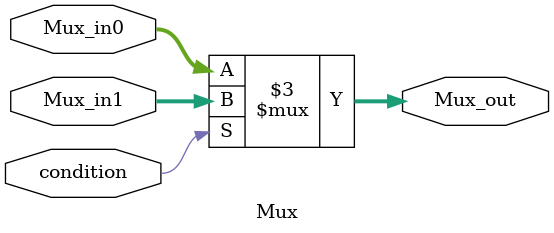
<source format=v>
`timescale 1ns/1ns

module Mux(
	input condition,
	input [31:0] Mux_in0,
	input [31:0] Mux_in1,
	output reg [31:0] Mux_out
);

always @*
begin
	if (condition)
		Mux_out = Mux_in1;
	else
		Mux_out = Mux_in0;
end

endmodule




</source>
